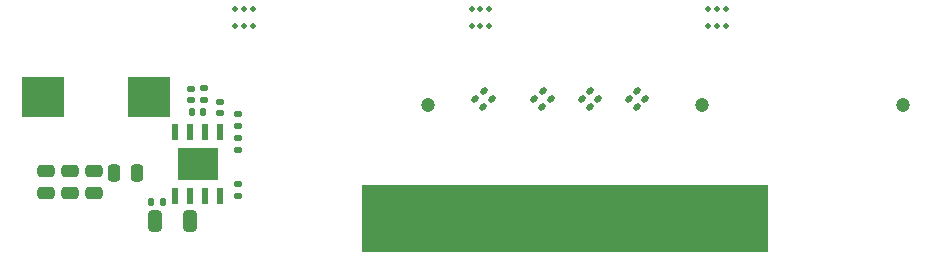
<source format=gts>
G04 #@! TF.GenerationSoftware,KiCad,Pcbnew,7.0.10*
G04 #@! TF.CreationDate,2024-02-13T01:05:36+00:00*
G04 #@! TF.ProjectId,WYSE_5070_Riser,57595345-5f35-4303-9730-5f5269736572,rev?*
G04 #@! TF.SameCoordinates,Original*
G04 #@! TF.FileFunction,Soldermask,Top*
G04 #@! TF.FilePolarity,Negative*
%FSLAX46Y46*%
G04 Gerber Fmt 4.6, Leading zero omitted, Abs format (unit mm)*
G04 Created by KiCad (PCBNEW 7.0.10) date 2024-02-13 01:05:36*
%MOMM*%
%LPD*%
G01*
G04 APERTURE LIST*
G04 Aperture macros list*
%AMRoundRect*
0 Rectangle with rounded corners*
0 $1 Rounding radius*
0 $2 $3 $4 $5 $6 $7 $8 $9 X,Y pos of 4 corners*
0 Add a 4 corners polygon primitive as box body*
4,1,4,$2,$3,$4,$5,$6,$7,$8,$9,$2,$3,0*
0 Add four circle primitives for the rounded corners*
1,1,$1+$1,$2,$3*
1,1,$1+$1,$4,$5*
1,1,$1+$1,$6,$7*
1,1,$1+$1,$8,$9*
0 Add four rect primitives between the rounded corners*
20,1,$1+$1,$2,$3,$4,$5,0*
20,1,$1+$1,$4,$5,$6,$7,0*
20,1,$1+$1,$6,$7,$8,$9,0*
20,1,$1+$1,$8,$9,$2,$3,0*%
G04 Aperture macros list end*
%ADD10C,0.000000*%
%ADD11RoundRect,0.140000X-0.219203X-0.021213X-0.021213X-0.219203X0.219203X0.021213X0.021213X0.219203X0*%
%ADD12RoundRect,0.140000X-0.170000X0.140000X-0.170000X-0.140000X0.170000X-0.140000X0.170000X0.140000X0*%
%ADD13RoundRect,0.250000X0.325000X0.650000X-0.325000X0.650000X-0.325000X-0.650000X0.325000X-0.650000X0*%
%ADD14R,0.700000X4.300000*%
%ADD15R,0.700000X3.200000*%
%ADD16RoundRect,0.250000X-0.475000X0.250000X-0.475000X-0.250000X0.475000X-0.250000X0.475000X0.250000X0*%
%ADD17RoundRect,0.140000X0.140000X0.170000X-0.140000X0.170000X-0.140000X-0.170000X0.140000X-0.170000X0*%
%ADD18RoundRect,0.250000X-0.250000X-0.475000X0.250000X-0.475000X0.250000X0.475000X-0.250000X0.475000X0*%
%ADD19C,0.500000*%
%ADD20RoundRect,0.135000X-0.185000X0.135000X-0.185000X-0.135000X0.185000X-0.135000X0.185000X0.135000X0*%
%ADD21RoundRect,0.135000X0.185000X-0.135000X0.185000X0.135000X-0.185000X0.135000X-0.185000X-0.135000X0*%
%ADD22R,3.550000X3.500000*%
%ADD23R,0.558800X1.422400*%
%ADD24R,3.352800X2.717800*%
%ADD25C,1.200000*%
G04 APERTURE END LIST*
D10*
G36*
X128800000Y-63450000D02*
G01*
X94400000Y-63450000D01*
X94400000Y-57800000D01*
X128800000Y-57800000D01*
X128800000Y-63450000D01*
G37*
D11*
X109714142Y-49807036D03*
X110392964Y-50485858D03*
D12*
X79925000Y-49625000D03*
X79925000Y-50585000D03*
D13*
X79875000Y-60850000D03*
X76925000Y-60850000D03*
D14*
X95100000Y-59950000D03*
X96100000Y-59950000D03*
X97100000Y-59950000D03*
X98100000Y-59950000D03*
X99100000Y-59950000D03*
X100100000Y-59950000D03*
X101100000Y-59950000D03*
X102100000Y-59950000D03*
X103100000Y-59950000D03*
X104100000Y-59950000D03*
X105100000Y-59950000D03*
X108100000Y-59950000D03*
X109100000Y-59950000D03*
X110100000Y-59950000D03*
X111100000Y-59950000D03*
X112100000Y-59950000D03*
X113100000Y-59950000D03*
X114100000Y-59950000D03*
X115100000Y-59950000D03*
X116100000Y-59950000D03*
X117100000Y-59950000D03*
X118100000Y-59950000D03*
X119100000Y-59950000D03*
X120100000Y-59950000D03*
X121100000Y-59950000D03*
X122100000Y-59950000D03*
X123100000Y-59950000D03*
X124100000Y-59950000D03*
X125100000Y-59950000D03*
X126100000Y-59950000D03*
D15*
X127100000Y-59400000D03*
D14*
X128100000Y-59950000D03*
D16*
X67700000Y-56600000D03*
X67700000Y-58500000D03*
X69700000Y-56600000D03*
X69700000Y-58500000D03*
D17*
X77530000Y-59200000D03*
X76570000Y-59200000D03*
D11*
X113714142Y-49807036D03*
X114392964Y-50485858D03*
D18*
X73450000Y-56800000D03*
X75350000Y-56800000D03*
D19*
X103700000Y-42850000D03*
X103700000Y-44350000D03*
X104450000Y-42850000D03*
X104450000Y-44350000D03*
X105200000Y-42850000D03*
X105200000Y-44350000D03*
D17*
X80980000Y-51650000D03*
X80020000Y-51650000D03*
D16*
X71700000Y-56600000D03*
X71700000Y-58500000D03*
D20*
X83900000Y-53790000D03*
X83900000Y-54810000D03*
X83900000Y-51790000D03*
X83900000Y-52810000D03*
D11*
X117007036Y-50514142D03*
X117685858Y-51192964D03*
D21*
X81075000Y-50610000D03*
X81075000Y-49590000D03*
D11*
X113007036Y-50514142D03*
X113685858Y-51192964D03*
X109007036Y-50514142D03*
X109685858Y-51192964D03*
D21*
X83900000Y-58710000D03*
X83900000Y-57690000D03*
D12*
X82400000Y-50770000D03*
X82400000Y-51730000D03*
D22*
X76375000Y-50300000D03*
X67425000Y-50300000D03*
D19*
X123700000Y-42850000D03*
X123700000Y-44350000D03*
X124450000Y-42850000D03*
X124450000Y-44350000D03*
X125200000Y-42850000D03*
X125200000Y-44350000D03*
D11*
X104714142Y-49807036D03*
X105392964Y-50485858D03*
X104007036Y-50514142D03*
X104685858Y-51192964D03*
D19*
X83700000Y-42850000D03*
X83700000Y-44350000D03*
X84450000Y-42850000D03*
X84450000Y-44350000D03*
X85200000Y-42850000D03*
X85200000Y-44350000D03*
D11*
X117714142Y-49807036D03*
X118392964Y-50485858D03*
D23*
X78595000Y-58692400D03*
X79865000Y-58692400D03*
X81135000Y-58692400D03*
X82405000Y-58692400D03*
X82405000Y-53307600D03*
X81135000Y-53307600D03*
X79865000Y-53307600D03*
X78595000Y-53307600D03*
D24*
X80500000Y-56000000D03*
D25*
X140200000Y-51000000D03*
X123200000Y-51000000D03*
X100050000Y-51000000D03*
M02*

</source>
